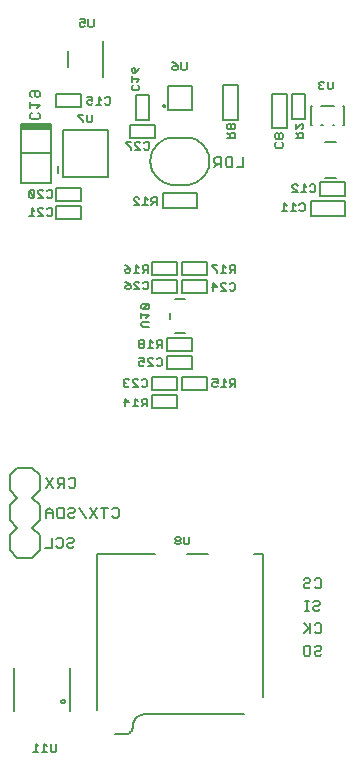
<source format=gbo>
G75*
G70*
%OFA0B0*%
%FSLAX24Y24*%
%IPPOS*%
%LPD*%
%AMOC8*
5,1,8,0,0,1.08239X$1,22.5*
%
%ADD10C,0.0060*%
%ADD11C,0.0080*%
%ADD12C,0.0050*%
%ADD13R,0.0100X0.0300*%
%ADD14C,0.0070*%
%ADD15R,0.1000X0.0193*%
D10*
X000720Y003049D02*
X000720Y004468D01*
X002580Y004468D02*
X002580Y003049D01*
X002550Y008489D02*
X002663Y008489D01*
X002720Y008545D01*
X002663Y008659D02*
X002550Y008659D01*
X002493Y008602D01*
X002493Y008545D01*
X002550Y008489D01*
X002663Y008659D02*
X002720Y008715D01*
X002720Y008772D01*
X002663Y008829D01*
X002550Y008829D01*
X002493Y008772D01*
X002352Y008772D02*
X002295Y008829D01*
X002182Y008829D01*
X002125Y008772D01*
X001983Y008829D02*
X001983Y008489D01*
X001757Y008489D01*
X002125Y008545D02*
X002182Y008489D01*
X002295Y008489D01*
X002352Y008545D01*
X002352Y008772D01*
X002378Y009489D02*
X002208Y009489D01*
X002152Y009545D01*
X002152Y009772D01*
X002208Y009829D01*
X002378Y009829D01*
X002378Y009489D01*
X002520Y009545D02*
X002577Y009489D01*
X002690Y009489D01*
X002747Y009545D01*
X002690Y009659D02*
X002577Y009659D01*
X002520Y009602D01*
X002520Y009545D01*
X002690Y009659D02*
X002747Y009715D01*
X002747Y009772D01*
X002690Y009829D01*
X002577Y009829D01*
X002520Y009772D01*
X002888Y009829D02*
X003115Y009489D01*
X003257Y009489D02*
X003483Y009829D01*
X003625Y009829D02*
X003852Y009829D01*
X003738Y009829D02*
X003738Y009489D01*
X003483Y009489D02*
X003257Y009829D01*
X003993Y009772D02*
X004050Y009829D01*
X004163Y009829D01*
X004220Y009772D01*
X004220Y009545D01*
X004163Y009489D01*
X004050Y009489D01*
X003993Y009545D01*
X002770Y010545D02*
X002770Y010772D01*
X002713Y010829D01*
X002600Y010829D01*
X002543Y010772D01*
X002402Y010829D02*
X002232Y010829D01*
X002175Y010772D01*
X002175Y010659D01*
X002232Y010602D01*
X002402Y010602D01*
X002402Y010489D02*
X002402Y010829D01*
X002288Y010602D02*
X002175Y010489D01*
X002033Y010489D02*
X001807Y010829D01*
X002033Y010829D02*
X001807Y010489D01*
X001897Y009829D02*
X001783Y009715D01*
X001783Y009489D01*
X001783Y009659D02*
X002010Y009659D01*
X002010Y009715D02*
X001897Y009829D01*
X002010Y009715D02*
X002010Y009489D01*
X002600Y010489D02*
X002543Y010545D01*
X002600Y010489D02*
X002713Y010489D01*
X002770Y010545D01*
X004431Y013201D02*
X004431Y013461D01*
X004561Y013331D01*
X004388Y013331D01*
X004682Y013201D02*
X004856Y013201D01*
X004769Y013201D02*
X004769Y013461D01*
X004856Y013375D01*
X004977Y013418D02*
X004977Y013331D01*
X005020Y013288D01*
X005151Y013288D01*
X005151Y013201D02*
X005151Y013461D01*
X005020Y013461D01*
X004977Y013418D01*
X005064Y013288D02*
X004977Y013201D01*
X005020Y013851D02*
X004977Y013894D01*
X005020Y013851D02*
X005107Y013851D01*
X005151Y013894D01*
X005151Y014068D01*
X005107Y014111D01*
X005020Y014111D01*
X004977Y014068D01*
X004856Y014068D02*
X004812Y014111D01*
X004726Y014111D01*
X004682Y014068D01*
X004682Y014025D01*
X004856Y013851D01*
X004682Y013851D01*
X004561Y013894D02*
X004518Y013851D01*
X004431Y013851D01*
X004388Y013894D01*
X004388Y013938D01*
X004431Y013981D01*
X004474Y013981D01*
X004431Y013981D02*
X004388Y014025D01*
X004388Y014068D01*
X004431Y014111D01*
X004518Y014111D01*
X004561Y014068D01*
X004931Y014551D02*
X005018Y014551D01*
X005061Y014594D01*
X005061Y014681D02*
X004974Y014725D01*
X004931Y014725D01*
X004888Y014681D01*
X004888Y014594D01*
X004931Y014551D01*
X005061Y014681D02*
X005061Y014811D01*
X004888Y014811D01*
X005182Y014768D02*
X005226Y014811D01*
X005312Y014811D01*
X005356Y014768D01*
X005477Y014768D02*
X005520Y014811D01*
X005607Y014811D01*
X005651Y014768D01*
X005651Y014594D01*
X005607Y014551D01*
X005520Y014551D01*
X005477Y014594D01*
X005356Y014551D02*
X005182Y014725D01*
X005182Y014768D01*
X005182Y014551D02*
X005356Y014551D01*
X005356Y015151D02*
X005182Y015151D01*
X005269Y015151D02*
X005269Y015411D01*
X005356Y015325D01*
X005477Y015368D02*
X005477Y015281D01*
X005520Y015238D01*
X005651Y015238D01*
X005651Y015151D02*
X005651Y015411D01*
X005520Y015411D01*
X005477Y015368D01*
X005564Y015238D02*
X005477Y015151D01*
X005061Y015194D02*
X005061Y015238D01*
X005018Y015281D01*
X004931Y015281D01*
X004888Y015238D01*
X004888Y015194D01*
X004931Y015151D01*
X005018Y015151D01*
X005061Y015194D01*
X005018Y015281D02*
X005061Y015325D01*
X005061Y015368D01*
X005018Y015411D01*
X004931Y015411D01*
X004888Y015368D01*
X004888Y015325D01*
X004931Y015281D01*
X005009Y015855D02*
X004966Y015898D01*
X004966Y015985D01*
X005009Y016028D01*
X005226Y016028D01*
X005139Y016149D02*
X005226Y016236D01*
X004966Y016236D01*
X004966Y016149D02*
X004966Y016323D01*
X005009Y016444D02*
X004966Y016487D01*
X004966Y016574D01*
X005009Y016617D01*
X005182Y016617D01*
X005009Y016444D01*
X005182Y016444D01*
X005226Y016487D01*
X005226Y016574D01*
X005182Y016617D01*
X005157Y017101D02*
X005070Y017101D01*
X005027Y017144D01*
X004906Y017101D02*
X004732Y017275D01*
X004732Y017318D01*
X004776Y017361D01*
X004862Y017361D01*
X004906Y017318D01*
X005027Y017318D02*
X005070Y017361D01*
X005157Y017361D01*
X005201Y017318D01*
X005201Y017144D01*
X005157Y017101D01*
X004906Y017101D02*
X004732Y017101D01*
X004611Y017144D02*
X004568Y017101D01*
X004481Y017101D01*
X004438Y017144D01*
X004438Y017188D01*
X004481Y017231D01*
X004611Y017231D01*
X004611Y017144D01*
X004611Y017231D02*
X004524Y017318D01*
X004438Y017361D01*
X004465Y017656D02*
X004422Y017699D01*
X004422Y017743D01*
X004465Y017786D01*
X004595Y017786D01*
X004595Y017699D01*
X004552Y017656D01*
X004465Y017656D01*
X004595Y017786D02*
X004508Y017873D01*
X004422Y017916D01*
X004716Y017656D02*
X004890Y017656D01*
X004803Y017656D02*
X004803Y017916D01*
X004890Y017829D01*
X005011Y017786D02*
X005054Y017743D01*
X005184Y017743D01*
X005098Y017743D02*
X005011Y017656D01*
X005011Y017786D02*
X005011Y017873D01*
X005054Y017916D01*
X005184Y017916D01*
X005184Y017656D01*
X005226Y015855D02*
X005009Y015855D01*
X007322Y017186D02*
X007495Y017186D01*
X007365Y017316D01*
X007365Y017056D01*
X007616Y017056D02*
X007790Y017056D01*
X007616Y017229D01*
X007616Y017273D01*
X007660Y017316D01*
X007746Y017316D01*
X007790Y017273D01*
X007911Y017273D02*
X007954Y017316D01*
X008041Y017316D01*
X008084Y017273D01*
X008084Y017099D01*
X008041Y017056D01*
X007954Y017056D01*
X007911Y017099D01*
X007911Y017656D02*
X007998Y017743D01*
X007954Y017743D02*
X008084Y017743D01*
X008084Y017656D02*
X008084Y017916D01*
X007954Y017916D01*
X007911Y017873D01*
X007911Y017786D01*
X007954Y017743D01*
X007790Y017829D02*
X007703Y017916D01*
X007703Y017656D01*
X007790Y017656D02*
X007616Y017656D01*
X007495Y017656D02*
X007495Y017699D01*
X007322Y017873D01*
X007322Y017916D01*
X007495Y017916D01*
X005476Y019914D02*
X005476Y020174D01*
X005345Y020174D01*
X005302Y020130D01*
X005302Y020044D01*
X005345Y020000D01*
X005476Y020000D01*
X005389Y020000D02*
X005302Y019914D01*
X005181Y019914D02*
X005007Y019914D01*
X005094Y019914D02*
X005094Y020174D01*
X005181Y020087D01*
X004886Y020130D02*
X004843Y020174D01*
X004756Y020174D01*
X004713Y020130D01*
X004713Y020087D01*
X004886Y019914D01*
X004713Y019914D01*
X004761Y021756D02*
X004934Y021756D01*
X004761Y021929D01*
X004761Y021973D01*
X004804Y022016D01*
X004891Y022016D01*
X004934Y021973D01*
X005055Y021973D02*
X005099Y022016D01*
X005186Y022016D01*
X005229Y021973D01*
X005229Y021799D01*
X005186Y021756D01*
X005099Y021756D01*
X005055Y021799D01*
X004640Y021799D02*
X004640Y021756D01*
X004640Y021799D02*
X004466Y021973D01*
X004466Y022016D01*
X004640Y022016D01*
X003886Y023256D02*
X003799Y023256D01*
X003755Y023299D01*
X003634Y023256D02*
X003461Y023256D01*
X003548Y023256D02*
X003548Y023516D01*
X003634Y023429D01*
X003755Y023473D02*
X003799Y023516D01*
X003886Y023516D01*
X003929Y023473D01*
X003929Y023299D01*
X003886Y023256D01*
X003340Y023299D02*
X003296Y023256D01*
X003210Y023256D01*
X003166Y023299D01*
X003166Y023386D01*
X003210Y023429D01*
X003253Y023429D01*
X003340Y023386D01*
X003340Y023516D01*
X003166Y023516D01*
X003150Y022930D02*
X003150Y022713D01*
X003193Y022670D01*
X003280Y022670D01*
X003324Y022713D01*
X003324Y022930D01*
X003029Y022930D02*
X002855Y022930D01*
X002855Y022887D01*
X003029Y022713D01*
X003029Y022670D01*
X004643Y023775D02*
X004643Y023862D01*
X004686Y023905D01*
X004643Y024027D02*
X004643Y024200D01*
X004643Y024113D02*
X004903Y024113D01*
X004816Y024027D01*
X004859Y023905D02*
X004903Y023862D01*
X004903Y023775D01*
X004859Y023732D01*
X004686Y023732D01*
X004643Y023775D01*
X004686Y024321D02*
X004643Y024365D01*
X004643Y024451D01*
X004686Y024495D01*
X004729Y024495D01*
X004773Y024451D01*
X004773Y024321D01*
X004686Y024321D01*
X004773Y024321D02*
X004859Y024408D01*
X004903Y024495D01*
X006007Y024507D02*
X006051Y024550D01*
X006181Y024550D01*
X006181Y024463D01*
X006137Y024420D01*
X006051Y024420D01*
X006007Y024463D01*
X006007Y024507D01*
X006094Y024637D02*
X006181Y024550D01*
X006094Y024637D02*
X006007Y024680D01*
X006302Y024680D02*
X006302Y024463D01*
X006345Y024420D01*
X006432Y024420D01*
X006476Y024463D01*
X006476Y024680D01*
X007868Y022616D02*
X007825Y022572D01*
X007825Y022486D01*
X007868Y022442D01*
X007912Y022442D01*
X007955Y022486D01*
X007955Y022572D01*
X007912Y022616D01*
X007868Y022616D01*
X007955Y022572D02*
X007998Y022616D01*
X008042Y022616D01*
X008085Y022572D01*
X008085Y022486D01*
X008042Y022442D01*
X007998Y022442D01*
X007955Y022486D01*
X007955Y022321D02*
X007912Y022278D01*
X007912Y022148D01*
X007912Y022234D02*
X007825Y022321D01*
X007955Y022321D02*
X008042Y022321D01*
X008085Y022278D01*
X008085Y022148D01*
X007825Y022148D01*
X009425Y022167D02*
X009468Y022124D01*
X009512Y022124D01*
X009555Y022167D01*
X009555Y022254D01*
X009512Y022297D01*
X009468Y022297D01*
X009425Y022254D01*
X009425Y022167D01*
X009555Y022167D02*
X009598Y022124D01*
X009642Y022124D01*
X009685Y022167D01*
X009685Y022254D01*
X009642Y022297D01*
X009598Y022297D01*
X009555Y022254D01*
X009468Y022003D02*
X009425Y021959D01*
X009425Y021873D01*
X009468Y021829D01*
X009642Y021829D01*
X009685Y021873D01*
X009685Y021959D01*
X009642Y022003D01*
X010113Y022154D02*
X010373Y022154D01*
X010373Y022284D01*
X010329Y022327D01*
X010243Y022327D01*
X010199Y022284D01*
X010199Y022154D01*
X010199Y022240D02*
X010113Y022327D01*
X010113Y022448D02*
X010286Y022622D01*
X010329Y022622D01*
X010373Y022578D01*
X010373Y022492D01*
X010329Y022448D01*
X010113Y022448D02*
X010113Y022622D01*
X010620Y022569D02*
X010620Y023208D01*
X010657Y023208D01*
X010974Y023208D02*
X011386Y023208D01*
X011703Y023208D02*
X011740Y023208D01*
X011740Y022569D01*
X011703Y022569D01*
X011386Y022569D02*
X011348Y022569D01*
X011012Y022569D02*
X010974Y022569D01*
X010657Y022569D02*
X010620Y022569D01*
X010925Y023769D02*
X010882Y023812D01*
X010882Y023855D01*
X010925Y023899D01*
X010969Y023899D01*
X010925Y023899D02*
X010882Y023942D01*
X010882Y023985D01*
X010925Y024029D01*
X011012Y024029D01*
X011055Y023985D01*
X011177Y024029D02*
X011177Y023812D01*
X011220Y023769D01*
X011307Y023769D01*
X011350Y023812D01*
X011350Y024029D01*
X011055Y023812D02*
X011012Y023769D01*
X010925Y023769D01*
X010722Y020601D02*
X010635Y020601D01*
X010592Y020558D01*
X010470Y020515D02*
X010384Y020601D01*
X010384Y020341D01*
X010470Y020341D02*
X010297Y020341D01*
X010176Y020341D02*
X010002Y020515D01*
X010002Y020558D01*
X010046Y020601D01*
X010132Y020601D01*
X010176Y020558D01*
X010176Y020341D02*
X010002Y020341D01*
X010029Y019974D02*
X010029Y019714D01*
X010115Y019714D02*
X009942Y019714D01*
X009821Y019714D02*
X009647Y019714D01*
X009734Y019714D02*
X009734Y019974D01*
X009821Y019887D01*
X010029Y019974D02*
X010115Y019887D01*
X010237Y019930D02*
X010280Y019974D01*
X010367Y019974D01*
X010410Y019930D01*
X010410Y019757D01*
X010367Y019714D01*
X010280Y019714D01*
X010237Y019757D01*
X010635Y020341D02*
X010592Y020384D01*
X010635Y020341D02*
X010722Y020341D01*
X010765Y020384D01*
X010765Y020558D01*
X010722Y020601D01*
X008101Y014111D02*
X007970Y014111D01*
X007927Y014068D01*
X007927Y013981D01*
X007970Y013938D01*
X008101Y013938D01*
X008101Y013851D02*
X008101Y014111D01*
X008014Y013938D02*
X007927Y013851D01*
X007806Y013851D02*
X007632Y013851D01*
X007719Y013851D02*
X007719Y014111D01*
X007806Y014025D01*
X007511Y013981D02*
X007424Y014025D01*
X007381Y014025D01*
X007338Y013981D01*
X007338Y013894D01*
X007381Y013851D01*
X007468Y013851D01*
X007511Y013894D01*
X007511Y013981D02*
X007511Y014111D01*
X007338Y014111D01*
X006571Y008860D02*
X006571Y008643D01*
X006527Y008600D01*
X006441Y008600D01*
X006397Y008643D01*
X006397Y008860D01*
X006276Y008816D02*
X006276Y008773D01*
X006233Y008730D01*
X006146Y008730D01*
X006103Y008686D01*
X006103Y008643D01*
X006146Y008600D01*
X006233Y008600D01*
X006276Y008643D01*
X006276Y008686D01*
X006233Y008730D01*
X006146Y008730D02*
X006103Y008773D01*
X006103Y008816D01*
X006146Y008860D01*
X006233Y008860D01*
X006276Y008816D01*
X010375Y007422D02*
X010432Y007479D01*
X010545Y007479D01*
X010602Y007422D01*
X010602Y007365D01*
X010545Y007309D01*
X010432Y007309D01*
X010375Y007252D01*
X010375Y007195D01*
X010432Y007139D01*
X010545Y007139D01*
X010602Y007195D01*
X010743Y007195D02*
X010800Y007139D01*
X010913Y007139D01*
X010970Y007195D01*
X010970Y007422D01*
X010913Y007479D01*
X010800Y007479D01*
X010743Y007422D01*
X010750Y006729D02*
X010863Y006729D01*
X010920Y006672D01*
X010920Y006615D01*
X010863Y006559D01*
X010750Y006559D01*
X010693Y006502D01*
X010693Y006445D01*
X010750Y006389D01*
X010863Y006389D01*
X010920Y006445D01*
X010693Y006672D02*
X010750Y006729D01*
X010552Y006729D02*
X010438Y006729D01*
X010495Y006729D02*
X010495Y006389D01*
X010552Y006389D02*
X010438Y006389D01*
X010375Y005979D02*
X010602Y005752D01*
X010545Y005809D02*
X010375Y005639D01*
X010602Y005639D02*
X010602Y005979D01*
X010743Y005922D02*
X010800Y005979D01*
X010913Y005979D01*
X010970Y005922D01*
X010970Y005695D01*
X010913Y005639D01*
X010800Y005639D01*
X010743Y005695D01*
X010800Y005229D02*
X010913Y005229D01*
X010970Y005172D01*
X010970Y005115D01*
X010913Y005059D01*
X010800Y005059D01*
X010743Y005002D01*
X010743Y004945D01*
X010800Y004889D01*
X010913Y004889D01*
X010970Y004945D01*
X010743Y005172D02*
X010800Y005229D01*
X010602Y005172D02*
X010602Y004945D01*
X010545Y004889D01*
X010432Y004889D01*
X010375Y004945D01*
X010375Y005172D01*
X010432Y005229D01*
X010545Y005229D01*
X010602Y005172D01*
X001952Y019551D02*
X001865Y019551D01*
X001822Y019594D01*
X001700Y019551D02*
X001527Y019725D01*
X001527Y019768D01*
X001570Y019811D01*
X001657Y019811D01*
X001700Y019768D01*
X001822Y019768D02*
X001865Y019811D01*
X001952Y019811D01*
X001995Y019768D01*
X001995Y019594D01*
X001952Y019551D01*
X001700Y019551D02*
X001527Y019551D01*
X001406Y019551D02*
X001232Y019551D01*
X001319Y019551D02*
X001319Y019811D01*
X001406Y019725D01*
X001362Y020151D02*
X001406Y020194D01*
X001232Y020368D01*
X001232Y020194D01*
X001276Y020151D01*
X001362Y020151D01*
X001406Y020194D02*
X001406Y020368D01*
X001362Y020411D01*
X001276Y020411D01*
X001232Y020368D01*
X001527Y020368D02*
X001570Y020411D01*
X001657Y020411D01*
X001700Y020368D01*
X001822Y020368D02*
X001865Y020411D01*
X001952Y020411D01*
X001995Y020368D01*
X001995Y020194D01*
X001952Y020151D01*
X001865Y020151D01*
X001822Y020194D01*
X001700Y020151D02*
X001527Y020325D01*
X001527Y020368D01*
X001527Y020151D02*
X001700Y020151D01*
X002953Y025843D02*
X003039Y025843D01*
X003083Y025887D01*
X003083Y025973D02*
X002996Y026017D01*
X002953Y026017D01*
X002909Y025973D01*
X002909Y025887D01*
X002953Y025843D01*
X003083Y025973D02*
X003083Y026103D01*
X002909Y026103D01*
X003204Y026103D02*
X003204Y025887D01*
X003247Y025843D01*
X003334Y025843D01*
X003377Y025887D01*
X003377Y026103D01*
D11*
X003696Y025365D02*
X003696Y024184D01*
X002966Y023627D02*
X002134Y023627D01*
X002134Y023190D01*
X002966Y023190D01*
X002966Y023627D01*
X002515Y024499D02*
X002515Y025050D01*
X001950Y022609D02*
X000950Y022609D01*
X000950Y021659D01*
X001950Y021659D01*
X001950Y022602D02*
X001950Y020659D01*
X000950Y020659D01*
X000950Y021659D01*
X001950Y022602D02*
X001950Y022609D01*
X002134Y020477D02*
X002134Y020040D01*
X002966Y020040D01*
X002966Y020477D01*
X002134Y020477D01*
X002134Y019877D02*
X002134Y019440D01*
X002966Y019440D01*
X002966Y019877D01*
X002134Y019877D01*
X004584Y022140D02*
X004584Y022577D01*
X005416Y022577D01*
X005416Y022140D01*
X004584Y022140D01*
X004781Y022761D02*
X005219Y022761D01*
X005219Y023593D01*
X004781Y023593D01*
X004781Y022761D01*
X005681Y020309D02*
X005681Y019809D01*
X006831Y019809D01*
X006831Y020309D01*
X005681Y020309D01*
X005339Y018027D02*
X005339Y017590D01*
X006172Y017590D01*
X006172Y018027D01*
X005339Y018027D01*
X005339Y017427D02*
X005339Y016990D01*
X006172Y016990D01*
X006172Y017427D01*
X005339Y017427D01*
X006086Y016769D02*
X006425Y016769D01*
X006339Y016990D02*
X006339Y017427D01*
X007172Y017427D01*
X007172Y016990D01*
X006339Y016990D01*
X005936Y016314D02*
X005936Y016103D01*
X006086Y015649D02*
X006425Y015649D01*
X006672Y015477D02*
X006672Y015040D01*
X005839Y015040D01*
X005839Y015477D01*
X006672Y015477D01*
X006672Y014877D02*
X006672Y014440D01*
X005839Y014440D01*
X005839Y014877D01*
X006672Y014877D01*
X006339Y014177D02*
X006339Y013740D01*
X007172Y013740D01*
X007172Y014177D01*
X006339Y014177D01*
X006172Y014177D02*
X006172Y013740D01*
X005339Y013740D01*
X005339Y014177D01*
X006172Y014177D01*
X006172Y013577D02*
X006172Y013140D01*
X005339Y013140D01*
X005339Y013577D01*
X006172Y013577D01*
X006339Y017590D02*
X006339Y018027D01*
X007172Y018027D01*
X007172Y017590D01*
X006339Y017590D01*
X009340Y022464D02*
X009840Y022464D01*
X009840Y023614D01*
X009340Y023614D01*
X009340Y022464D01*
X010001Y022782D02*
X010439Y022782D01*
X010439Y023615D01*
X010001Y023615D01*
X010001Y022782D01*
X008200Y022752D02*
X008200Y023902D01*
X007700Y023902D01*
X007700Y022752D01*
X008200Y022752D01*
X010615Y020059D02*
X010615Y019559D01*
X011765Y019559D01*
X011765Y020059D01*
X010615Y020059D01*
X010934Y020230D02*
X010934Y020667D01*
X011766Y020667D01*
X011766Y020230D01*
X010934Y020230D01*
X001580Y010909D02*
X001580Y010409D01*
X001330Y010159D01*
X001580Y009909D01*
X001580Y009409D01*
X001330Y009159D01*
X001580Y008909D01*
X001580Y008409D01*
X001330Y008159D01*
X000830Y008159D01*
X000580Y008409D01*
X000580Y008909D01*
X000830Y009159D01*
X000580Y009409D01*
X000580Y009909D01*
X000830Y010159D01*
X000580Y010409D01*
X000580Y010909D01*
X000830Y011159D01*
X001330Y011159D01*
X001580Y010909D01*
X003500Y008290D02*
X005429Y008290D01*
X006492Y008290D02*
X007181Y008290D01*
X008736Y008290D02*
X009011Y008290D01*
X009011Y003526D01*
X008381Y002935D02*
X005074Y002935D01*
X005074Y002936D02*
X005036Y002933D01*
X004998Y002927D01*
X004961Y002917D01*
X004925Y002903D01*
X004890Y002887D01*
X004858Y002867D01*
X004827Y002844D01*
X004798Y002818D01*
X004772Y002789D01*
X004749Y002758D01*
X004729Y002726D01*
X004713Y002691D01*
X004699Y002655D01*
X004689Y002618D01*
X004683Y002580D01*
X004680Y002542D01*
X004681Y002542D02*
X004682Y002510D01*
X004678Y002479D01*
X004671Y002448D01*
X004660Y002418D01*
X004646Y002390D01*
X004628Y002364D01*
X004607Y002340D01*
X004583Y002319D01*
X004557Y002301D01*
X004529Y002287D01*
X004499Y002276D01*
X004468Y002269D01*
X004437Y002265D01*
X004405Y002266D01*
X004090Y002266D01*
X003500Y003093D02*
X003500Y008290D01*
X002303Y003369D02*
X002305Y003384D01*
X002311Y003397D01*
X002320Y003409D01*
X002331Y003418D01*
X002345Y003424D01*
X002360Y003426D01*
X002375Y003424D01*
X002388Y003418D01*
X002400Y003409D01*
X002409Y003398D01*
X002415Y003384D01*
X002417Y003369D01*
X002415Y003354D01*
X002409Y003341D01*
X002400Y003329D01*
X002389Y003320D01*
X002375Y003314D01*
X002360Y003312D01*
X002345Y003314D01*
X002332Y003320D01*
X002320Y003329D01*
X002311Y003340D01*
X002305Y003354D01*
X002303Y003369D01*
D12*
X001536Y001684D02*
X001356Y001684D01*
X001446Y001684D02*
X001446Y001954D01*
X001536Y001864D01*
X001650Y001684D02*
X001830Y001684D01*
X001740Y001684D02*
X001740Y001954D01*
X001830Y001864D01*
X001945Y001954D02*
X001945Y001729D01*
X001990Y001684D01*
X002080Y001684D01*
X002125Y001729D01*
X002125Y001954D01*
X002368Y020837D02*
X002368Y022412D01*
X003844Y022412D01*
X003844Y020837D01*
X002368Y020837D01*
X005856Y023090D02*
X006656Y023090D01*
X006656Y023890D01*
X005856Y023890D01*
X005856Y023090D01*
X006059Y022162D02*
X006452Y022162D01*
X006506Y022160D01*
X006559Y022155D01*
X006612Y022146D01*
X006664Y022133D01*
X006716Y022117D01*
X006766Y022097D01*
X006814Y022074D01*
X006861Y022047D01*
X006906Y022018D01*
X006949Y021985D01*
X006989Y021950D01*
X007027Y021912D01*
X007062Y021872D01*
X007095Y021829D01*
X007124Y021784D01*
X007151Y021737D01*
X007174Y021689D01*
X007194Y021639D01*
X007210Y021587D01*
X007223Y021535D01*
X007232Y021482D01*
X007237Y021429D01*
X007239Y021375D01*
X007237Y021321D01*
X007232Y021268D01*
X007223Y021215D01*
X007210Y021163D01*
X007194Y021111D01*
X007174Y021061D01*
X007151Y021013D01*
X007124Y020966D01*
X007095Y020921D01*
X007062Y020878D01*
X007027Y020838D01*
X006989Y020800D01*
X006949Y020765D01*
X006906Y020732D01*
X006861Y020703D01*
X006814Y020676D01*
X006766Y020653D01*
X006716Y020633D01*
X006664Y020617D01*
X006612Y020604D01*
X006559Y020595D01*
X006506Y020590D01*
X006452Y020588D01*
X006452Y020587D02*
X006059Y020587D01*
X006059Y020588D02*
X006005Y020590D01*
X005952Y020595D01*
X005899Y020604D01*
X005847Y020617D01*
X005795Y020633D01*
X005745Y020653D01*
X005697Y020676D01*
X005650Y020703D01*
X005605Y020732D01*
X005562Y020765D01*
X005522Y020800D01*
X005484Y020838D01*
X005449Y020878D01*
X005416Y020921D01*
X005387Y020966D01*
X005360Y021013D01*
X005337Y021061D01*
X005317Y021111D01*
X005301Y021163D01*
X005288Y021215D01*
X005279Y021268D01*
X005274Y021321D01*
X005272Y021375D01*
X005274Y021429D01*
X005279Y021482D01*
X005288Y021535D01*
X005301Y021587D01*
X005317Y021639D01*
X005337Y021689D01*
X005360Y021737D01*
X005387Y021784D01*
X005416Y021829D01*
X005449Y021872D01*
X005484Y021912D01*
X005522Y021950D01*
X005562Y021985D01*
X005605Y022018D01*
X005650Y022047D01*
X005697Y022074D01*
X005745Y022097D01*
X005795Y022117D01*
X005847Y022133D01*
X005899Y022146D01*
X005952Y022155D01*
X006005Y022160D01*
X006059Y022162D01*
X011089Y022009D02*
X011471Y022009D01*
X011471Y020828D02*
X011089Y020828D01*
D13*
X002206Y021075D03*
D14*
X001535Y022769D02*
X001315Y022769D01*
X001260Y022824D01*
X001260Y022934D01*
X001315Y022989D01*
X001260Y023137D02*
X001260Y023357D01*
X001260Y023247D02*
X001590Y023247D01*
X001480Y023137D01*
X001535Y022989D02*
X001590Y022934D01*
X001590Y022824D01*
X001535Y022769D01*
X001535Y023505D02*
X001480Y023505D01*
X001425Y023560D01*
X001425Y023725D01*
X001315Y023725D02*
X001535Y023725D01*
X001590Y023670D01*
X001590Y023560D01*
X001535Y023505D01*
X001315Y023505D02*
X001260Y023560D01*
X001260Y023670D01*
X001315Y023725D01*
X005699Y023220D02*
X005701Y023231D01*
X005706Y023242D01*
X005714Y023250D01*
X005725Y023255D01*
X005736Y023257D01*
X005747Y023255D01*
X005758Y023250D01*
X005766Y023242D01*
X005771Y023231D01*
X005773Y023220D01*
X005771Y023209D01*
X005766Y023198D01*
X005758Y023190D01*
X005747Y023185D01*
X005736Y023183D01*
X005725Y023185D01*
X005714Y023190D01*
X005706Y023198D01*
X005701Y023209D01*
X005699Y023220D01*
X007463Y021508D02*
X007408Y021453D01*
X007408Y021343D01*
X007463Y021287D01*
X007628Y021287D01*
X007628Y021177D02*
X007628Y021508D01*
X007463Y021508D01*
X007518Y021287D02*
X007408Y021177D01*
X007776Y021232D02*
X007776Y021453D01*
X007831Y021508D01*
X007996Y021508D01*
X007996Y021177D01*
X007831Y021177D01*
X007776Y021232D01*
X008144Y021177D02*
X008364Y021177D01*
X008364Y021508D01*
D15*
X001450Y022505D03*
M02*

</source>
